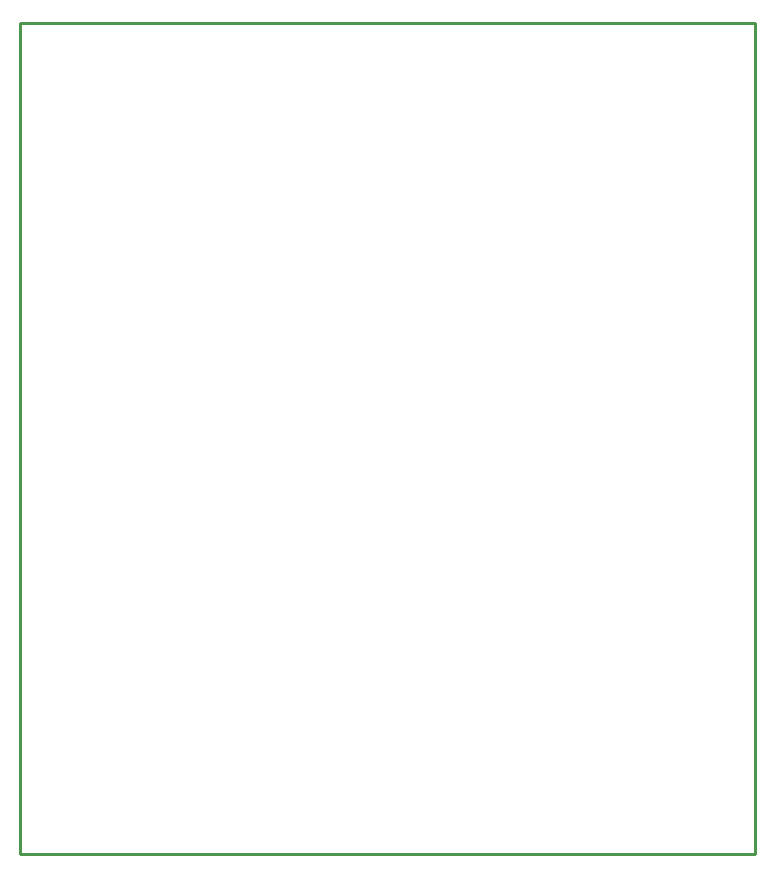
<source format=gbr>
G04 EAGLE Gerber RS-274X export*
G75*
%MOMM*%
%FSLAX34Y34*%
%LPD*%
%IN*%
%IPPOS*%
%AMOC8*
5,1,8,0,0,1.08239X$1,22.5*%
G01*
G04 Define Apertures*
%ADD10C,0.254000*%
D10*
X449580Y50800D02*
X1071880Y50800D01*
X1071880Y754380D01*
X449580Y754380D01*
X449580Y50800D01*
M02*

</source>
